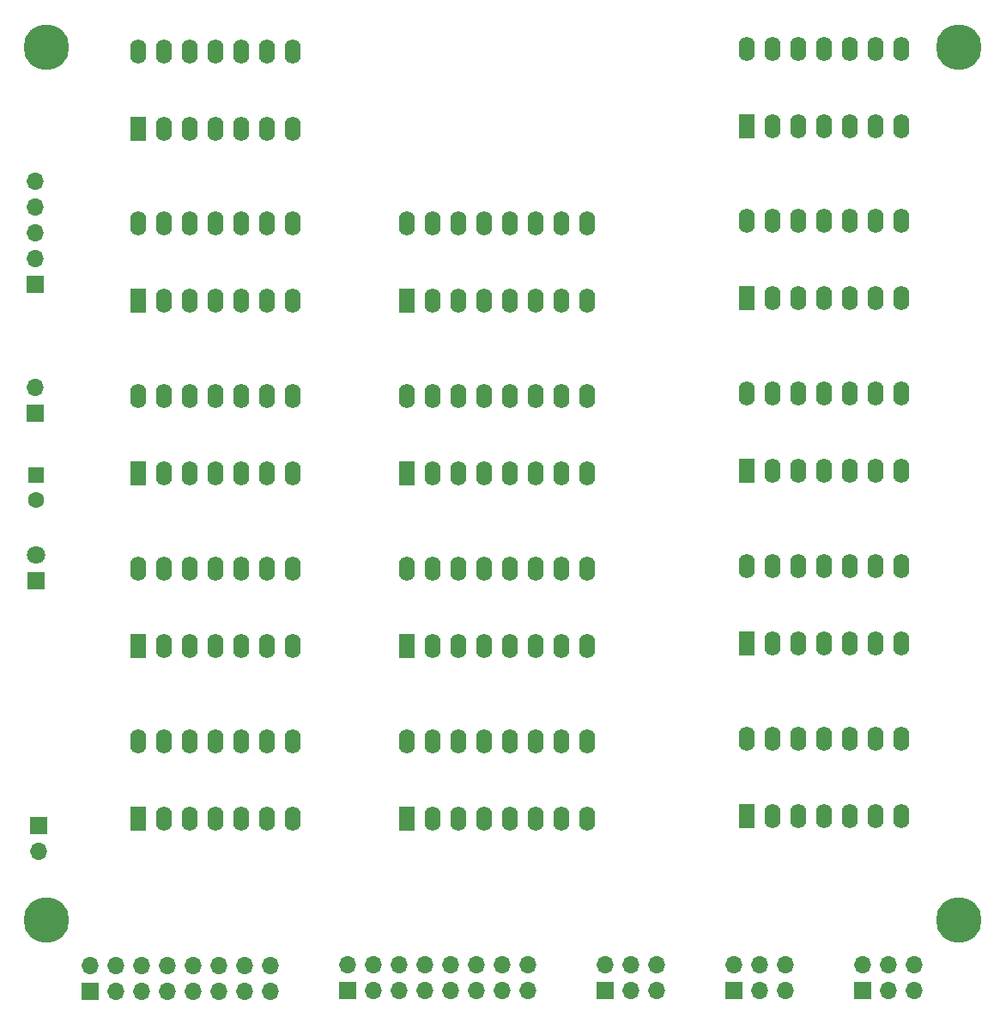
<source format=gbr>
%TF.GenerationSoftware,KiCad,Pcbnew,(5.1.9)-1*%
%TF.CreationDate,2022-04-24T21:01:58-04:00*%
%TF.ProjectId,exorcisortry2,65786f72-6369-4736-9f72-747279322e6b,rev?*%
%TF.SameCoordinates,Original*%
%TF.FileFunction,Soldermask,Bot*%
%TF.FilePolarity,Negative*%
%FSLAX46Y46*%
G04 Gerber Fmt 4.6, Leading zero omitted, Abs format (unit mm)*
G04 Created by KiCad (PCBNEW (5.1.9)-1) date 2022-04-24 21:01:58*
%MOMM*%
%LPD*%
G01*
G04 APERTURE LIST*
%ADD10O,1.700000X1.700000*%
%ADD11R,1.700000X1.700000*%
%ADD12R,1.800000X1.800000*%
%ADD13C,1.800000*%
%ADD14C,4.500000*%
%ADD15O,1.600000X2.400000*%
%ADD16R,1.600000X2.400000*%
%ADD17C,1.600000*%
%ADD18R,1.600000X1.600000*%
G04 APERTURE END LIST*
D10*
%TO.C,J6*%
X29210000Y-109220000D03*
D11*
X29210000Y-106680000D03*
%TD*%
D12*
%TO.C,D1*%
X28956000Y-82550000D03*
D13*
X28956000Y-80010000D03*
%TD*%
D14*
%TO.C,REF\u002A\u002A*%
X30000000Y-116000000D03*
%TD*%
%TO.C,REF\u002A\u002A*%
X120000000Y-116000000D03*
%TD*%
%TO.C,REF\u002A\u002A*%
X120000000Y-30000000D03*
%TD*%
%TO.C,REF\u002A\u002A*%
X30000000Y-30000000D03*
%TD*%
D10*
%TO.C,J5*%
X28844000Y-43180000D03*
X28844000Y-45720000D03*
X28844000Y-48260000D03*
X28844000Y-50800000D03*
D11*
X28844000Y-53340000D03*
%TD*%
D10*
%TO.C,J4*%
X28844000Y-63500000D03*
D11*
X28844000Y-66040000D03*
%TD*%
D10*
%TO.C,J2T1*%
X90170000Y-120396000D03*
X90170000Y-122936000D03*
X87630000Y-120396000D03*
X87630000Y-122936000D03*
X85090000Y-120396000D03*
D11*
X85090000Y-122936000D03*
%TD*%
D10*
%TO.C,J2R1*%
X102870000Y-120396000D03*
X102870000Y-122936000D03*
X100330000Y-120396000D03*
X100330000Y-122936000D03*
X97790000Y-120396000D03*
D11*
X97790000Y-122936000D03*
%TD*%
D10*
%TO.C,J2N1*%
X115570000Y-120396000D03*
X115570000Y-122936000D03*
X113030000Y-120396000D03*
X113030000Y-122936000D03*
X110490000Y-120396000D03*
D11*
X110490000Y-122936000D03*
%TD*%
D15*
%TO.C,UA2*%
X99075000Y-98171000D03*
X114315000Y-105791000D03*
X101615000Y-98171000D03*
X111775000Y-105791000D03*
X104155000Y-98171000D03*
X109235000Y-105791000D03*
X106695000Y-98171000D03*
X106695000Y-105791000D03*
X109235000Y-98171000D03*
X104155000Y-105791000D03*
X111775000Y-98171000D03*
X101615000Y-105791000D03*
X114315000Y-98171000D03*
D16*
X99075000Y-105791000D03*
%TD*%
D10*
%TO.C,J3*%
X59690000Y-120396000D03*
X62230000Y-120396000D03*
X64770000Y-120396000D03*
X67310000Y-120396000D03*
X69850000Y-120396000D03*
X72390000Y-120396000D03*
X74930000Y-120396000D03*
X77470000Y-120396000D03*
X77470000Y-122936000D03*
X74930000Y-122936000D03*
X72390000Y-122936000D03*
X69850000Y-122936000D03*
X67310000Y-122936000D03*
X64770000Y-122936000D03*
X62230000Y-122936000D03*
D11*
X59690000Y-122936000D03*
%TD*%
D15*
%TO.C,UB5*%
X65496000Y-47386000D03*
X83276000Y-55006000D03*
X68036000Y-47386000D03*
X80736000Y-55006000D03*
X70576000Y-47386000D03*
X78196000Y-55006000D03*
X73116000Y-47386000D03*
X75656000Y-55006000D03*
X75656000Y-47386000D03*
X73116000Y-55006000D03*
X78196000Y-47386000D03*
X70576000Y-55006000D03*
X80736000Y-47386000D03*
X68036000Y-55006000D03*
X83276000Y-47386000D03*
D16*
X65496000Y-55006000D03*
%TD*%
D10*
%TO.C,J1*%
X34290000Y-120466000D03*
X36830000Y-120466000D03*
X39370000Y-120466000D03*
X41910000Y-120466000D03*
X44450000Y-120466000D03*
X46990000Y-120466000D03*
X49530000Y-120466000D03*
X52070000Y-120466000D03*
X52070000Y-123006000D03*
X49530000Y-123006000D03*
X46990000Y-123006000D03*
X44450000Y-123006000D03*
X41910000Y-123006000D03*
X39370000Y-123006000D03*
X36830000Y-123006000D03*
D11*
X34290000Y-123006000D03*
%TD*%
D15*
%TO.C,UB3*%
X65496000Y-81386000D03*
X83276000Y-89006000D03*
X68036000Y-81386000D03*
X80736000Y-89006000D03*
X70576000Y-81386000D03*
X78196000Y-89006000D03*
X73116000Y-81386000D03*
X75656000Y-89006000D03*
X75656000Y-81386000D03*
X73116000Y-89006000D03*
X78196000Y-81386000D03*
X70576000Y-89006000D03*
X80736000Y-81386000D03*
X68036000Y-89006000D03*
X83276000Y-81386000D03*
D16*
X65496000Y-89006000D03*
%TD*%
D15*
%TO.C,UA5*%
X99052000Y-47132000D03*
X114292000Y-54752000D03*
X101592000Y-47132000D03*
X111752000Y-54752000D03*
X104132000Y-47132000D03*
X109212000Y-54752000D03*
X106672000Y-47132000D03*
X106672000Y-54752000D03*
X109212000Y-47132000D03*
X104132000Y-54752000D03*
X111752000Y-47132000D03*
X101592000Y-54752000D03*
X114292000Y-47132000D03*
D16*
X99052000Y-54752000D03*
%TD*%
D15*
%TO.C,UC6*%
X38996000Y-30386000D03*
X54236000Y-38006000D03*
X41536000Y-30386000D03*
X51696000Y-38006000D03*
X44076000Y-30386000D03*
X49156000Y-38006000D03*
X46616000Y-30386000D03*
X46616000Y-38006000D03*
X49156000Y-30386000D03*
X44076000Y-38006000D03*
X51696000Y-30386000D03*
X41536000Y-38006000D03*
X54236000Y-30386000D03*
D16*
X38996000Y-38006000D03*
%TD*%
D15*
%TO.C,UC5*%
X38996000Y-47386000D03*
X54236000Y-55006000D03*
X41536000Y-47386000D03*
X51696000Y-55006000D03*
X44076000Y-47386000D03*
X49156000Y-55006000D03*
X46616000Y-47386000D03*
X46616000Y-55006000D03*
X49156000Y-47386000D03*
X44076000Y-55006000D03*
X51696000Y-47386000D03*
X41536000Y-55006000D03*
X54236000Y-47386000D03*
D16*
X38996000Y-55006000D03*
%TD*%
D15*
%TO.C,UC4*%
X38996000Y-64386000D03*
X54236000Y-72006000D03*
X41536000Y-64386000D03*
X51696000Y-72006000D03*
X44076000Y-64386000D03*
X49156000Y-72006000D03*
X46616000Y-64386000D03*
X46616000Y-72006000D03*
X49156000Y-64386000D03*
X44076000Y-72006000D03*
X51696000Y-64386000D03*
X41536000Y-72006000D03*
X54236000Y-64386000D03*
D16*
X38996000Y-72006000D03*
%TD*%
D15*
%TO.C,UC3*%
X38996000Y-98386000D03*
X54236000Y-106006000D03*
X41536000Y-98386000D03*
X51696000Y-106006000D03*
X44076000Y-98386000D03*
X49156000Y-106006000D03*
X46616000Y-98386000D03*
X46616000Y-106006000D03*
X49156000Y-98386000D03*
X44076000Y-106006000D03*
X51696000Y-98386000D03*
X41536000Y-106006000D03*
X54236000Y-98386000D03*
D16*
X38996000Y-106006000D03*
%TD*%
D15*
%TO.C,UC2*%
X38996000Y-81386000D03*
X54236000Y-89006000D03*
X41536000Y-81386000D03*
X51696000Y-89006000D03*
X44076000Y-81386000D03*
X49156000Y-89006000D03*
X46616000Y-81386000D03*
X46616000Y-89006000D03*
X49156000Y-81386000D03*
X44076000Y-89006000D03*
X51696000Y-81386000D03*
X41536000Y-89006000D03*
X54236000Y-81386000D03*
D16*
X38996000Y-89006000D03*
%TD*%
D15*
%TO.C,UB4*%
X65496000Y-64386000D03*
X83276000Y-72006000D03*
X68036000Y-64386000D03*
X80736000Y-72006000D03*
X70576000Y-64386000D03*
X78196000Y-72006000D03*
X73116000Y-64386000D03*
X75656000Y-72006000D03*
X75656000Y-64386000D03*
X73116000Y-72006000D03*
X78196000Y-64386000D03*
X70576000Y-72006000D03*
X80736000Y-64386000D03*
X68036000Y-72006000D03*
X83276000Y-64386000D03*
D16*
X65496000Y-72006000D03*
%TD*%
D15*
%TO.C,UB2*%
X65496000Y-98386000D03*
X83276000Y-106006000D03*
X68036000Y-98386000D03*
X80736000Y-106006000D03*
X70576000Y-98386000D03*
X78196000Y-106006000D03*
X73116000Y-98386000D03*
X75656000Y-106006000D03*
X75656000Y-98386000D03*
X73116000Y-106006000D03*
X78196000Y-98386000D03*
X70576000Y-106006000D03*
X80736000Y-98386000D03*
X68036000Y-106006000D03*
X83276000Y-98386000D03*
D16*
X65496000Y-106006000D03*
%TD*%
%TO.C,UA6*%
X99052000Y-37752000D03*
D15*
X114292000Y-30132000D03*
X101592000Y-37752000D03*
X111752000Y-30132000D03*
X104132000Y-37752000D03*
X109212000Y-30132000D03*
X106672000Y-37752000D03*
X106672000Y-30132000D03*
X109212000Y-37752000D03*
X104132000Y-30132000D03*
X111752000Y-37752000D03*
X101592000Y-30132000D03*
X114292000Y-37752000D03*
X99052000Y-30132000D03*
%TD*%
%TO.C,UA4*%
X99052000Y-64132000D03*
X114292000Y-71752000D03*
X101592000Y-64132000D03*
X111752000Y-71752000D03*
X104132000Y-64132000D03*
X109212000Y-71752000D03*
X106672000Y-64132000D03*
X106672000Y-71752000D03*
X109212000Y-64132000D03*
X104132000Y-71752000D03*
X111752000Y-64132000D03*
X101592000Y-71752000D03*
X114292000Y-64132000D03*
D16*
X99052000Y-71752000D03*
%TD*%
D15*
%TO.C,UA3*%
X99052000Y-81132000D03*
X114292000Y-88752000D03*
X101592000Y-81132000D03*
X111752000Y-88752000D03*
X104132000Y-81132000D03*
X109212000Y-88752000D03*
X106672000Y-81132000D03*
X106672000Y-88752000D03*
X109212000Y-81132000D03*
X104132000Y-88752000D03*
X111752000Y-81132000D03*
X101592000Y-88752000D03*
X114292000Y-81132000D03*
D16*
X99052000Y-88752000D03*
%TD*%
D17*
%TO.C,C3*%
X28956000Y-74636000D03*
D18*
X28956000Y-72136000D03*
%TD*%
M02*

</source>
